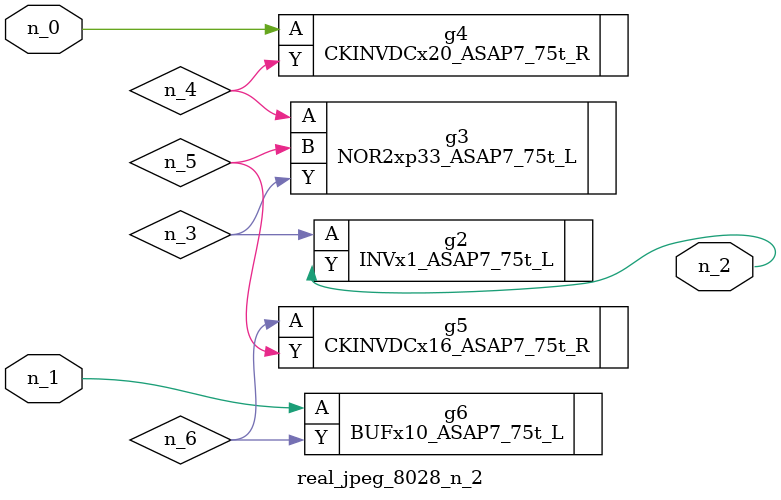
<source format=v>
module real_jpeg_8028_n_2 (n_1, n_0, n_2);

input n_1;
input n_0;

output n_2;

wire n_5;
wire n_4;
wire n_6;
wire n_3;

CKINVDCx20_ASAP7_75t_R g4 ( 
.A(n_0),
.Y(n_4)
);

BUFx10_ASAP7_75t_L g6 ( 
.A(n_1),
.Y(n_6)
);

INVx1_ASAP7_75t_L g2 ( 
.A(n_3),
.Y(n_2)
);

NOR2xp33_ASAP7_75t_L g3 ( 
.A(n_4),
.B(n_5),
.Y(n_3)
);

CKINVDCx16_ASAP7_75t_R g5 ( 
.A(n_6),
.Y(n_5)
);


endmodule
</source>
